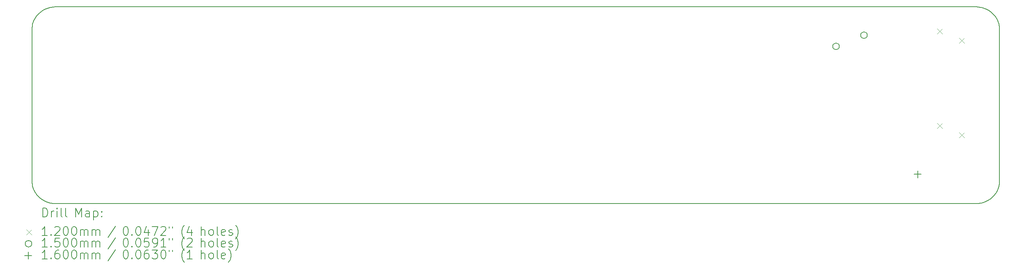
<source format=gbr>
%TF.GenerationSoftware,KiCad,Pcbnew,7.0.0-da2b9df05c~171~ubuntu22.04.1*%
%TF.CreationDate,2023-03-08T14:53:33+00:00*%
%TF.ProjectId,keycap-ruler,6b657963-6170-42d7-9275-6c65722e6b69,rev?*%
%TF.SameCoordinates,Original*%
%TF.FileFunction,Drillmap*%
%TF.FilePolarity,Positive*%
%FSLAX45Y45*%
G04 Gerber Fmt 4.5, Leading zero omitted, Abs format (unit mm)*
G04 Created by KiCad (PCBNEW 7.0.0-da2b9df05c~171~ubuntu22.04.1) date 2023-03-08 14:53:33*
%MOMM*%
%LPD*%
G01*
G04 APERTURE LIST*
%ADD10C,0.150000*%
%ADD11C,0.200000*%
%ADD12C,0.120000*%
%ADD13C,0.160000*%
G04 APERTURE END LIST*
D10*
X25337283Y-6015647D02*
X25365188Y-6017569D01*
X25392687Y-6020734D01*
X25419746Y-6025111D01*
X25446330Y-6030668D01*
X25472404Y-6037374D01*
X25497935Y-6045199D01*
X25522888Y-6054110D01*
X25547228Y-6064076D01*
X25570920Y-6075067D01*
X25593930Y-6087050D01*
X25616224Y-6099995D01*
X25637767Y-6113870D01*
X25658525Y-6128645D01*
X25678462Y-6144287D01*
X25697545Y-6160766D01*
X25715739Y-6178050D01*
X25733010Y-6196108D01*
X25749322Y-6214908D01*
X25764641Y-6234420D01*
X25778934Y-6254613D01*
X25792165Y-6275454D01*
X25804299Y-6296913D01*
X25815303Y-6318958D01*
X25825141Y-6341558D01*
X25833780Y-6364682D01*
X25841185Y-6388299D01*
X25847320Y-6412377D01*
X25852152Y-6436885D01*
X25855647Y-6461791D01*
X25857769Y-6487065D01*
X25858484Y-6512676D01*
X25858484Y-9996407D01*
X25857769Y-10022017D01*
X25855647Y-10047292D01*
X25852152Y-10072198D01*
X25847320Y-10096706D01*
X25841185Y-10120784D01*
X25833780Y-10144401D01*
X25825141Y-10167525D01*
X25815303Y-10190125D01*
X25804299Y-10212170D01*
X25792165Y-10233629D01*
X25778934Y-10254470D01*
X25764641Y-10274662D01*
X25749322Y-10294174D01*
X25733010Y-10312975D01*
X25715739Y-10331033D01*
X25697545Y-10348317D01*
X25678462Y-10364796D01*
X25658525Y-10380438D01*
X25637767Y-10395212D01*
X25616224Y-10409088D01*
X25593930Y-10422033D01*
X25570920Y-10434016D01*
X25547228Y-10445007D01*
X25522888Y-10454973D01*
X25497935Y-10463884D01*
X25472404Y-10471708D01*
X25446330Y-10478415D01*
X25419746Y-10483972D01*
X25392687Y-10488349D01*
X25365188Y-10491513D01*
X25337283Y-10493435D01*
X25309007Y-10494083D01*
X4428878Y-10494083D01*
X4400602Y-10493435D01*
X4372697Y-10491513D01*
X4345198Y-10488349D01*
X4318139Y-10483972D01*
X4291555Y-10478415D01*
X4265480Y-10471708D01*
X4239949Y-10463884D01*
X4214997Y-10454973D01*
X4190657Y-10445007D01*
X4166964Y-10434016D01*
X4143954Y-10422033D01*
X4121660Y-10409088D01*
X4100117Y-10395212D01*
X4079359Y-10380438D01*
X4059422Y-10364796D01*
X4040339Y-10348317D01*
X4022145Y-10331033D01*
X4004875Y-10312975D01*
X3988562Y-10294174D01*
X3973243Y-10274662D01*
X3958950Y-10254470D01*
X3945720Y-10233629D01*
X3933585Y-10212170D01*
X3922581Y-10190125D01*
X3912743Y-10167525D01*
X3904104Y-10144401D01*
X3896700Y-10120784D01*
X3890564Y-10096706D01*
X3885732Y-10072198D01*
X3882238Y-10047292D01*
X3880116Y-10022017D01*
X3879401Y-9996407D01*
X3879401Y-6512676D01*
X3880116Y-6487065D01*
X3882238Y-6461791D01*
X3885732Y-6436885D01*
X3890564Y-6412377D01*
X3896700Y-6388299D01*
X3904104Y-6364682D01*
X3912743Y-6341558D01*
X3922581Y-6318958D01*
X3933585Y-6296913D01*
X3945720Y-6275454D01*
X3958950Y-6254613D01*
X3973243Y-6234420D01*
X3988562Y-6214908D01*
X4004875Y-6196108D01*
X4022145Y-6178050D01*
X4040339Y-6160766D01*
X4059422Y-6144287D01*
X4079359Y-6128645D01*
X4100117Y-6113870D01*
X4121660Y-6099995D01*
X4143954Y-6087050D01*
X4166964Y-6075067D01*
X4190657Y-6064076D01*
X4214997Y-6054110D01*
X4239949Y-6045199D01*
X4265480Y-6037374D01*
X4291555Y-6030668D01*
X4318139Y-6025111D01*
X4345198Y-6020734D01*
X4372697Y-6017569D01*
X4400602Y-6015647D01*
X4428878Y-6015000D01*
X25309007Y-6015000D01*
X25337283Y-6015647D01*
D11*
D12*
X24440000Y-6510000D02*
X24560000Y-6630000D01*
X24560000Y-6510000D02*
X24440000Y-6630000D01*
X24440000Y-8660000D02*
X24560000Y-8780000D01*
X24560000Y-8660000D02*
X24440000Y-8780000D01*
X24940000Y-6720000D02*
X25060000Y-6840000D01*
X25060000Y-6720000D02*
X24940000Y-6840000D01*
X24940000Y-8870000D02*
X25060000Y-8990000D01*
X25060000Y-8870000D02*
X24940000Y-8990000D01*
D10*
X22220000Y-6914000D02*
G75*
G03*
X22220000Y-6914000I-75000J0D01*
G01*
X22855000Y-6660000D02*
G75*
G03*
X22855000Y-6660000I-75000J0D01*
G01*
D13*
X24000000Y-9745000D02*
X24000000Y-9905000D01*
X23920000Y-9825000D02*
X24080000Y-9825000D01*
D11*
X4119520Y-10795059D02*
X4119520Y-10595059D01*
X4119520Y-10595059D02*
X4167139Y-10595059D01*
X4167139Y-10595059D02*
X4195710Y-10604583D01*
X4195710Y-10604583D02*
X4214758Y-10623630D01*
X4214758Y-10623630D02*
X4224282Y-10642678D01*
X4224282Y-10642678D02*
X4233806Y-10680773D01*
X4233806Y-10680773D02*
X4233806Y-10709345D01*
X4233806Y-10709345D02*
X4224282Y-10747440D01*
X4224282Y-10747440D02*
X4214758Y-10766488D01*
X4214758Y-10766488D02*
X4195710Y-10785535D01*
X4195710Y-10785535D02*
X4167139Y-10795059D01*
X4167139Y-10795059D02*
X4119520Y-10795059D01*
X4319520Y-10795059D02*
X4319520Y-10661726D01*
X4319520Y-10699821D02*
X4329044Y-10680773D01*
X4329044Y-10680773D02*
X4338568Y-10671249D01*
X4338568Y-10671249D02*
X4357615Y-10661726D01*
X4357615Y-10661726D02*
X4376663Y-10661726D01*
X4443329Y-10795059D02*
X4443329Y-10661726D01*
X4443329Y-10595059D02*
X4433806Y-10604583D01*
X4433806Y-10604583D02*
X4443329Y-10614107D01*
X4443329Y-10614107D02*
X4452853Y-10604583D01*
X4452853Y-10604583D02*
X4443329Y-10595059D01*
X4443329Y-10595059D02*
X4443329Y-10614107D01*
X4567139Y-10795059D02*
X4548091Y-10785535D01*
X4548091Y-10785535D02*
X4538568Y-10766488D01*
X4538568Y-10766488D02*
X4538568Y-10595059D01*
X4671901Y-10795059D02*
X4652853Y-10785535D01*
X4652853Y-10785535D02*
X4643329Y-10766488D01*
X4643329Y-10766488D02*
X4643329Y-10595059D01*
X4868091Y-10795059D02*
X4868091Y-10595059D01*
X4868091Y-10595059D02*
X4934758Y-10737916D01*
X4934758Y-10737916D02*
X5001425Y-10595059D01*
X5001425Y-10595059D02*
X5001425Y-10795059D01*
X5182377Y-10795059D02*
X5182377Y-10690297D01*
X5182377Y-10690297D02*
X5172853Y-10671249D01*
X5172853Y-10671249D02*
X5153806Y-10661726D01*
X5153806Y-10661726D02*
X5115710Y-10661726D01*
X5115710Y-10661726D02*
X5096663Y-10671249D01*
X5182377Y-10785535D02*
X5163329Y-10795059D01*
X5163329Y-10795059D02*
X5115710Y-10795059D01*
X5115710Y-10795059D02*
X5096663Y-10785535D01*
X5096663Y-10785535D02*
X5087139Y-10766488D01*
X5087139Y-10766488D02*
X5087139Y-10747440D01*
X5087139Y-10747440D02*
X5096663Y-10728392D01*
X5096663Y-10728392D02*
X5115710Y-10718869D01*
X5115710Y-10718869D02*
X5163329Y-10718869D01*
X5163329Y-10718869D02*
X5182377Y-10709345D01*
X5277615Y-10661726D02*
X5277615Y-10861726D01*
X5277615Y-10671249D02*
X5296663Y-10661726D01*
X5296663Y-10661726D02*
X5334758Y-10661726D01*
X5334758Y-10661726D02*
X5353806Y-10671249D01*
X5353806Y-10671249D02*
X5363329Y-10680773D01*
X5363329Y-10680773D02*
X5372853Y-10699821D01*
X5372853Y-10699821D02*
X5372853Y-10756964D01*
X5372853Y-10756964D02*
X5363329Y-10776011D01*
X5363329Y-10776011D02*
X5353806Y-10785535D01*
X5353806Y-10785535D02*
X5334758Y-10795059D01*
X5334758Y-10795059D02*
X5296663Y-10795059D01*
X5296663Y-10795059D02*
X5277615Y-10785535D01*
X5458568Y-10776011D02*
X5468091Y-10785535D01*
X5468091Y-10785535D02*
X5458568Y-10795059D01*
X5458568Y-10795059D02*
X5449044Y-10785535D01*
X5449044Y-10785535D02*
X5458568Y-10776011D01*
X5458568Y-10776011D02*
X5458568Y-10795059D01*
X5458568Y-10671249D02*
X5468091Y-10680773D01*
X5468091Y-10680773D02*
X5458568Y-10690297D01*
X5458568Y-10690297D02*
X5449044Y-10680773D01*
X5449044Y-10680773D02*
X5458568Y-10671249D01*
X5458568Y-10671249D02*
X5458568Y-10690297D01*
D12*
X3751901Y-11081583D02*
X3871901Y-11201583D01*
X3871901Y-11081583D02*
X3751901Y-11201583D01*
D11*
X4224282Y-11215059D02*
X4109996Y-11215059D01*
X4167139Y-11215059D02*
X4167139Y-11015059D01*
X4167139Y-11015059D02*
X4148091Y-11043630D01*
X4148091Y-11043630D02*
X4129044Y-11062678D01*
X4129044Y-11062678D02*
X4109996Y-11072202D01*
X4309996Y-11196011D02*
X4319520Y-11205535D01*
X4319520Y-11205535D02*
X4309996Y-11215059D01*
X4309996Y-11215059D02*
X4300472Y-11205535D01*
X4300472Y-11205535D02*
X4309996Y-11196011D01*
X4309996Y-11196011D02*
X4309996Y-11215059D01*
X4395710Y-11034107D02*
X4405234Y-11024583D01*
X4405234Y-11024583D02*
X4424282Y-11015059D01*
X4424282Y-11015059D02*
X4471901Y-11015059D01*
X4471901Y-11015059D02*
X4490949Y-11024583D01*
X4490949Y-11024583D02*
X4500472Y-11034107D01*
X4500472Y-11034107D02*
X4509996Y-11053154D01*
X4509996Y-11053154D02*
X4509996Y-11072202D01*
X4509996Y-11072202D02*
X4500472Y-11100773D01*
X4500472Y-11100773D02*
X4386187Y-11215059D01*
X4386187Y-11215059D02*
X4509996Y-11215059D01*
X4633806Y-11015059D02*
X4652853Y-11015059D01*
X4652853Y-11015059D02*
X4671901Y-11024583D01*
X4671901Y-11024583D02*
X4681425Y-11034107D01*
X4681425Y-11034107D02*
X4690949Y-11053154D01*
X4690949Y-11053154D02*
X4700472Y-11091249D01*
X4700472Y-11091249D02*
X4700472Y-11138869D01*
X4700472Y-11138869D02*
X4690949Y-11176964D01*
X4690949Y-11176964D02*
X4681425Y-11196011D01*
X4681425Y-11196011D02*
X4671901Y-11205535D01*
X4671901Y-11205535D02*
X4652853Y-11215059D01*
X4652853Y-11215059D02*
X4633806Y-11215059D01*
X4633806Y-11215059D02*
X4614758Y-11205535D01*
X4614758Y-11205535D02*
X4605234Y-11196011D01*
X4605234Y-11196011D02*
X4595710Y-11176964D01*
X4595710Y-11176964D02*
X4586187Y-11138869D01*
X4586187Y-11138869D02*
X4586187Y-11091249D01*
X4586187Y-11091249D02*
X4595710Y-11053154D01*
X4595710Y-11053154D02*
X4605234Y-11034107D01*
X4605234Y-11034107D02*
X4614758Y-11024583D01*
X4614758Y-11024583D02*
X4633806Y-11015059D01*
X4824282Y-11015059D02*
X4843330Y-11015059D01*
X4843330Y-11015059D02*
X4862377Y-11024583D01*
X4862377Y-11024583D02*
X4871901Y-11034107D01*
X4871901Y-11034107D02*
X4881425Y-11053154D01*
X4881425Y-11053154D02*
X4890949Y-11091249D01*
X4890949Y-11091249D02*
X4890949Y-11138869D01*
X4890949Y-11138869D02*
X4881425Y-11176964D01*
X4881425Y-11176964D02*
X4871901Y-11196011D01*
X4871901Y-11196011D02*
X4862377Y-11205535D01*
X4862377Y-11205535D02*
X4843330Y-11215059D01*
X4843330Y-11215059D02*
X4824282Y-11215059D01*
X4824282Y-11215059D02*
X4805234Y-11205535D01*
X4805234Y-11205535D02*
X4795710Y-11196011D01*
X4795710Y-11196011D02*
X4786187Y-11176964D01*
X4786187Y-11176964D02*
X4776663Y-11138869D01*
X4776663Y-11138869D02*
X4776663Y-11091249D01*
X4776663Y-11091249D02*
X4786187Y-11053154D01*
X4786187Y-11053154D02*
X4795710Y-11034107D01*
X4795710Y-11034107D02*
X4805234Y-11024583D01*
X4805234Y-11024583D02*
X4824282Y-11015059D01*
X4976663Y-11215059D02*
X4976663Y-11081726D01*
X4976663Y-11100773D02*
X4986187Y-11091249D01*
X4986187Y-11091249D02*
X5005234Y-11081726D01*
X5005234Y-11081726D02*
X5033806Y-11081726D01*
X5033806Y-11081726D02*
X5052853Y-11091249D01*
X5052853Y-11091249D02*
X5062377Y-11110297D01*
X5062377Y-11110297D02*
X5062377Y-11215059D01*
X5062377Y-11110297D02*
X5071901Y-11091249D01*
X5071901Y-11091249D02*
X5090949Y-11081726D01*
X5090949Y-11081726D02*
X5119520Y-11081726D01*
X5119520Y-11081726D02*
X5138568Y-11091249D01*
X5138568Y-11091249D02*
X5148091Y-11110297D01*
X5148091Y-11110297D02*
X5148091Y-11215059D01*
X5243330Y-11215059D02*
X5243330Y-11081726D01*
X5243330Y-11100773D02*
X5252853Y-11091249D01*
X5252853Y-11091249D02*
X5271901Y-11081726D01*
X5271901Y-11081726D02*
X5300472Y-11081726D01*
X5300472Y-11081726D02*
X5319520Y-11091249D01*
X5319520Y-11091249D02*
X5329044Y-11110297D01*
X5329044Y-11110297D02*
X5329044Y-11215059D01*
X5329044Y-11110297D02*
X5338568Y-11091249D01*
X5338568Y-11091249D02*
X5357615Y-11081726D01*
X5357615Y-11081726D02*
X5386187Y-11081726D01*
X5386187Y-11081726D02*
X5405234Y-11091249D01*
X5405234Y-11091249D02*
X5414758Y-11110297D01*
X5414758Y-11110297D02*
X5414758Y-11215059D01*
X5772853Y-11005535D02*
X5601425Y-11262678D01*
X5997615Y-11015059D02*
X6016663Y-11015059D01*
X6016663Y-11015059D02*
X6035710Y-11024583D01*
X6035710Y-11024583D02*
X6045234Y-11034107D01*
X6045234Y-11034107D02*
X6054758Y-11053154D01*
X6054758Y-11053154D02*
X6064282Y-11091249D01*
X6064282Y-11091249D02*
X6064282Y-11138869D01*
X6064282Y-11138869D02*
X6054758Y-11176964D01*
X6054758Y-11176964D02*
X6045234Y-11196011D01*
X6045234Y-11196011D02*
X6035710Y-11205535D01*
X6035710Y-11205535D02*
X6016663Y-11215059D01*
X6016663Y-11215059D02*
X5997615Y-11215059D01*
X5997615Y-11215059D02*
X5978568Y-11205535D01*
X5978568Y-11205535D02*
X5969044Y-11196011D01*
X5969044Y-11196011D02*
X5959520Y-11176964D01*
X5959520Y-11176964D02*
X5949996Y-11138869D01*
X5949996Y-11138869D02*
X5949996Y-11091249D01*
X5949996Y-11091249D02*
X5959520Y-11053154D01*
X5959520Y-11053154D02*
X5969044Y-11034107D01*
X5969044Y-11034107D02*
X5978568Y-11024583D01*
X5978568Y-11024583D02*
X5997615Y-11015059D01*
X6149996Y-11196011D02*
X6159520Y-11205535D01*
X6159520Y-11205535D02*
X6149996Y-11215059D01*
X6149996Y-11215059D02*
X6140472Y-11205535D01*
X6140472Y-11205535D02*
X6149996Y-11196011D01*
X6149996Y-11196011D02*
X6149996Y-11215059D01*
X6283329Y-11015059D02*
X6302377Y-11015059D01*
X6302377Y-11015059D02*
X6321425Y-11024583D01*
X6321425Y-11024583D02*
X6330949Y-11034107D01*
X6330949Y-11034107D02*
X6340472Y-11053154D01*
X6340472Y-11053154D02*
X6349996Y-11091249D01*
X6349996Y-11091249D02*
X6349996Y-11138869D01*
X6349996Y-11138869D02*
X6340472Y-11176964D01*
X6340472Y-11176964D02*
X6330949Y-11196011D01*
X6330949Y-11196011D02*
X6321425Y-11205535D01*
X6321425Y-11205535D02*
X6302377Y-11215059D01*
X6302377Y-11215059D02*
X6283329Y-11215059D01*
X6283329Y-11215059D02*
X6264282Y-11205535D01*
X6264282Y-11205535D02*
X6254758Y-11196011D01*
X6254758Y-11196011D02*
X6245234Y-11176964D01*
X6245234Y-11176964D02*
X6235710Y-11138869D01*
X6235710Y-11138869D02*
X6235710Y-11091249D01*
X6235710Y-11091249D02*
X6245234Y-11053154D01*
X6245234Y-11053154D02*
X6254758Y-11034107D01*
X6254758Y-11034107D02*
X6264282Y-11024583D01*
X6264282Y-11024583D02*
X6283329Y-11015059D01*
X6521425Y-11081726D02*
X6521425Y-11215059D01*
X6473806Y-11005535D02*
X6426187Y-11148392D01*
X6426187Y-11148392D02*
X6549996Y-11148392D01*
X6607139Y-11015059D02*
X6740472Y-11015059D01*
X6740472Y-11015059D02*
X6654758Y-11215059D01*
X6807139Y-11034107D02*
X6816663Y-11024583D01*
X6816663Y-11024583D02*
X6835710Y-11015059D01*
X6835710Y-11015059D02*
X6883330Y-11015059D01*
X6883330Y-11015059D02*
X6902377Y-11024583D01*
X6902377Y-11024583D02*
X6911901Y-11034107D01*
X6911901Y-11034107D02*
X6921425Y-11053154D01*
X6921425Y-11053154D02*
X6921425Y-11072202D01*
X6921425Y-11072202D02*
X6911901Y-11100773D01*
X6911901Y-11100773D02*
X6797615Y-11215059D01*
X6797615Y-11215059D02*
X6921425Y-11215059D01*
X6997615Y-11015059D02*
X6997615Y-11053154D01*
X7073806Y-11015059D02*
X7073806Y-11053154D01*
X7336663Y-11291249D02*
X7327139Y-11281726D01*
X7327139Y-11281726D02*
X7308091Y-11253154D01*
X7308091Y-11253154D02*
X7298568Y-11234107D01*
X7298568Y-11234107D02*
X7289044Y-11205535D01*
X7289044Y-11205535D02*
X7279520Y-11157916D01*
X7279520Y-11157916D02*
X7279520Y-11119821D01*
X7279520Y-11119821D02*
X7289044Y-11072202D01*
X7289044Y-11072202D02*
X7298568Y-11043630D01*
X7298568Y-11043630D02*
X7308091Y-11024583D01*
X7308091Y-11024583D02*
X7327139Y-10996011D01*
X7327139Y-10996011D02*
X7336663Y-10986488D01*
X7498568Y-11081726D02*
X7498568Y-11215059D01*
X7450949Y-11005535D02*
X7403330Y-11148392D01*
X7403330Y-11148392D02*
X7527139Y-11148392D01*
X7723330Y-11215059D02*
X7723330Y-11015059D01*
X7809044Y-11215059D02*
X7809044Y-11110297D01*
X7809044Y-11110297D02*
X7799520Y-11091249D01*
X7799520Y-11091249D02*
X7780472Y-11081726D01*
X7780472Y-11081726D02*
X7751901Y-11081726D01*
X7751901Y-11081726D02*
X7732853Y-11091249D01*
X7732853Y-11091249D02*
X7723330Y-11100773D01*
X7932853Y-11215059D02*
X7913806Y-11205535D01*
X7913806Y-11205535D02*
X7904282Y-11196011D01*
X7904282Y-11196011D02*
X7894758Y-11176964D01*
X7894758Y-11176964D02*
X7894758Y-11119821D01*
X7894758Y-11119821D02*
X7904282Y-11100773D01*
X7904282Y-11100773D02*
X7913806Y-11091249D01*
X7913806Y-11091249D02*
X7932853Y-11081726D01*
X7932853Y-11081726D02*
X7961425Y-11081726D01*
X7961425Y-11081726D02*
X7980472Y-11091249D01*
X7980472Y-11091249D02*
X7989996Y-11100773D01*
X7989996Y-11100773D02*
X7999520Y-11119821D01*
X7999520Y-11119821D02*
X7999520Y-11176964D01*
X7999520Y-11176964D02*
X7989996Y-11196011D01*
X7989996Y-11196011D02*
X7980472Y-11205535D01*
X7980472Y-11205535D02*
X7961425Y-11215059D01*
X7961425Y-11215059D02*
X7932853Y-11215059D01*
X8113806Y-11215059D02*
X8094758Y-11205535D01*
X8094758Y-11205535D02*
X8085234Y-11186487D01*
X8085234Y-11186487D02*
X8085234Y-11015059D01*
X8266187Y-11205535D02*
X8247139Y-11215059D01*
X8247139Y-11215059D02*
X8209044Y-11215059D01*
X8209044Y-11215059D02*
X8189996Y-11205535D01*
X8189996Y-11205535D02*
X8180472Y-11186487D01*
X8180472Y-11186487D02*
X8180472Y-11110297D01*
X8180472Y-11110297D02*
X8189996Y-11091249D01*
X8189996Y-11091249D02*
X8209044Y-11081726D01*
X8209044Y-11081726D02*
X8247139Y-11081726D01*
X8247139Y-11081726D02*
X8266187Y-11091249D01*
X8266187Y-11091249D02*
X8275711Y-11110297D01*
X8275711Y-11110297D02*
X8275711Y-11129345D01*
X8275711Y-11129345D02*
X8180472Y-11148392D01*
X8351901Y-11205535D02*
X8370949Y-11215059D01*
X8370949Y-11215059D02*
X8409044Y-11215059D01*
X8409044Y-11215059D02*
X8428092Y-11205535D01*
X8428092Y-11205535D02*
X8437615Y-11186487D01*
X8437615Y-11186487D02*
X8437615Y-11176964D01*
X8437615Y-11176964D02*
X8428092Y-11157916D01*
X8428092Y-11157916D02*
X8409044Y-11148392D01*
X8409044Y-11148392D02*
X8380472Y-11148392D01*
X8380472Y-11148392D02*
X8361425Y-11138869D01*
X8361425Y-11138869D02*
X8351901Y-11119821D01*
X8351901Y-11119821D02*
X8351901Y-11110297D01*
X8351901Y-11110297D02*
X8361425Y-11091249D01*
X8361425Y-11091249D02*
X8380472Y-11081726D01*
X8380472Y-11081726D02*
X8409044Y-11081726D01*
X8409044Y-11081726D02*
X8428092Y-11091249D01*
X8504282Y-11291249D02*
X8513806Y-11281726D01*
X8513806Y-11281726D02*
X8532854Y-11253154D01*
X8532854Y-11253154D02*
X8542377Y-11234107D01*
X8542377Y-11234107D02*
X8551901Y-11205535D01*
X8551901Y-11205535D02*
X8561425Y-11157916D01*
X8561425Y-11157916D02*
X8561425Y-11119821D01*
X8561425Y-11119821D02*
X8551901Y-11072202D01*
X8551901Y-11072202D02*
X8542377Y-11043630D01*
X8542377Y-11043630D02*
X8532854Y-11024583D01*
X8532854Y-11024583D02*
X8513806Y-10996011D01*
X8513806Y-10996011D02*
X8504282Y-10986488D01*
D10*
X3871901Y-11405583D02*
G75*
G03*
X3871901Y-11405583I-75000J0D01*
G01*
D11*
X4224282Y-11479059D02*
X4109996Y-11479059D01*
X4167139Y-11479059D02*
X4167139Y-11279059D01*
X4167139Y-11279059D02*
X4148091Y-11307630D01*
X4148091Y-11307630D02*
X4129044Y-11326678D01*
X4129044Y-11326678D02*
X4109996Y-11336202D01*
X4309996Y-11460011D02*
X4319520Y-11469535D01*
X4319520Y-11469535D02*
X4309996Y-11479059D01*
X4309996Y-11479059D02*
X4300472Y-11469535D01*
X4300472Y-11469535D02*
X4309996Y-11460011D01*
X4309996Y-11460011D02*
X4309996Y-11479059D01*
X4500472Y-11279059D02*
X4405234Y-11279059D01*
X4405234Y-11279059D02*
X4395710Y-11374297D01*
X4395710Y-11374297D02*
X4405234Y-11364773D01*
X4405234Y-11364773D02*
X4424282Y-11355249D01*
X4424282Y-11355249D02*
X4471901Y-11355249D01*
X4471901Y-11355249D02*
X4490949Y-11364773D01*
X4490949Y-11364773D02*
X4500472Y-11374297D01*
X4500472Y-11374297D02*
X4509996Y-11393345D01*
X4509996Y-11393345D02*
X4509996Y-11440964D01*
X4509996Y-11440964D02*
X4500472Y-11460011D01*
X4500472Y-11460011D02*
X4490949Y-11469535D01*
X4490949Y-11469535D02*
X4471901Y-11479059D01*
X4471901Y-11479059D02*
X4424282Y-11479059D01*
X4424282Y-11479059D02*
X4405234Y-11469535D01*
X4405234Y-11469535D02*
X4395710Y-11460011D01*
X4633806Y-11279059D02*
X4652853Y-11279059D01*
X4652853Y-11279059D02*
X4671901Y-11288583D01*
X4671901Y-11288583D02*
X4681425Y-11298107D01*
X4681425Y-11298107D02*
X4690949Y-11317154D01*
X4690949Y-11317154D02*
X4700472Y-11355249D01*
X4700472Y-11355249D02*
X4700472Y-11402868D01*
X4700472Y-11402868D02*
X4690949Y-11440964D01*
X4690949Y-11440964D02*
X4681425Y-11460011D01*
X4681425Y-11460011D02*
X4671901Y-11469535D01*
X4671901Y-11469535D02*
X4652853Y-11479059D01*
X4652853Y-11479059D02*
X4633806Y-11479059D01*
X4633806Y-11479059D02*
X4614758Y-11469535D01*
X4614758Y-11469535D02*
X4605234Y-11460011D01*
X4605234Y-11460011D02*
X4595710Y-11440964D01*
X4595710Y-11440964D02*
X4586187Y-11402868D01*
X4586187Y-11402868D02*
X4586187Y-11355249D01*
X4586187Y-11355249D02*
X4595710Y-11317154D01*
X4595710Y-11317154D02*
X4605234Y-11298107D01*
X4605234Y-11298107D02*
X4614758Y-11288583D01*
X4614758Y-11288583D02*
X4633806Y-11279059D01*
X4824282Y-11279059D02*
X4843330Y-11279059D01*
X4843330Y-11279059D02*
X4862377Y-11288583D01*
X4862377Y-11288583D02*
X4871901Y-11298107D01*
X4871901Y-11298107D02*
X4881425Y-11317154D01*
X4881425Y-11317154D02*
X4890949Y-11355249D01*
X4890949Y-11355249D02*
X4890949Y-11402868D01*
X4890949Y-11402868D02*
X4881425Y-11440964D01*
X4881425Y-11440964D02*
X4871901Y-11460011D01*
X4871901Y-11460011D02*
X4862377Y-11469535D01*
X4862377Y-11469535D02*
X4843330Y-11479059D01*
X4843330Y-11479059D02*
X4824282Y-11479059D01*
X4824282Y-11479059D02*
X4805234Y-11469535D01*
X4805234Y-11469535D02*
X4795710Y-11460011D01*
X4795710Y-11460011D02*
X4786187Y-11440964D01*
X4786187Y-11440964D02*
X4776663Y-11402868D01*
X4776663Y-11402868D02*
X4776663Y-11355249D01*
X4776663Y-11355249D02*
X4786187Y-11317154D01*
X4786187Y-11317154D02*
X4795710Y-11298107D01*
X4795710Y-11298107D02*
X4805234Y-11288583D01*
X4805234Y-11288583D02*
X4824282Y-11279059D01*
X4976663Y-11479059D02*
X4976663Y-11345726D01*
X4976663Y-11364773D02*
X4986187Y-11355249D01*
X4986187Y-11355249D02*
X5005234Y-11345726D01*
X5005234Y-11345726D02*
X5033806Y-11345726D01*
X5033806Y-11345726D02*
X5052853Y-11355249D01*
X5052853Y-11355249D02*
X5062377Y-11374297D01*
X5062377Y-11374297D02*
X5062377Y-11479059D01*
X5062377Y-11374297D02*
X5071901Y-11355249D01*
X5071901Y-11355249D02*
X5090949Y-11345726D01*
X5090949Y-11345726D02*
X5119520Y-11345726D01*
X5119520Y-11345726D02*
X5138568Y-11355249D01*
X5138568Y-11355249D02*
X5148091Y-11374297D01*
X5148091Y-11374297D02*
X5148091Y-11479059D01*
X5243330Y-11479059D02*
X5243330Y-11345726D01*
X5243330Y-11364773D02*
X5252853Y-11355249D01*
X5252853Y-11355249D02*
X5271901Y-11345726D01*
X5271901Y-11345726D02*
X5300472Y-11345726D01*
X5300472Y-11345726D02*
X5319520Y-11355249D01*
X5319520Y-11355249D02*
X5329044Y-11374297D01*
X5329044Y-11374297D02*
X5329044Y-11479059D01*
X5329044Y-11374297D02*
X5338568Y-11355249D01*
X5338568Y-11355249D02*
X5357615Y-11345726D01*
X5357615Y-11345726D02*
X5386187Y-11345726D01*
X5386187Y-11345726D02*
X5405234Y-11355249D01*
X5405234Y-11355249D02*
X5414758Y-11374297D01*
X5414758Y-11374297D02*
X5414758Y-11479059D01*
X5772853Y-11269535D02*
X5601425Y-11526678D01*
X5997615Y-11279059D02*
X6016663Y-11279059D01*
X6016663Y-11279059D02*
X6035710Y-11288583D01*
X6035710Y-11288583D02*
X6045234Y-11298107D01*
X6045234Y-11298107D02*
X6054758Y-11317154D01*
X6054758Y-11317154D02*
X6064282Y-11355249D01*
X6064282Y-11355249D02*
X6064282Y-11402868D01*
X6064282Y-11402868D02*
X6054758Y-11440964D01*
X6054758Y-11440964D02*
X6045234Y-11460011D01*
X6045234Y-11460011D02*
X6035710Y-11469535D01*
X6035710Y-11469535D02*
X6016663Y-11479059D01*
X6016663Y-11479059D02*
X5997615Y-11479059D01*
X5997615Y-11479059D02*
X5978568Y-11469535D01*
X5978568Y-11469535D02*
X5969044Y-11460011D01*
X5969044Y-11460011D02*
X5959520Y-11440964D01*
X5959520Y-11440964D02*
X5949996Y-11402868D01*
X5949996Y-11402868D02*
X5949996Y-11355249D01*
X5949996Y-11355249D02*
X5959520Y-11317154D01*
X5959520Y-11317154D02*
X5969044Y-11298107D01*
X5969044Y-11298107D02*
X5978568Y-11288583D01*
X5978568Y-11288583D02*
X5997615Y-11279059D01*
X6149996Y-11460011D02*
X6159520Y-11469535D01*
X6159520Y-11469535D02*
X6149996Y-11479059D01*
X6149996Y-11479059D02*
X6140472Y-11469535D01*
X6140472Y-11469535D02*
X6149996Y-11460011D01*
X6149996Y-11460011D02*
X6149996Y-11479059D01*
X6283329Y-11279059D02*
X6302377Y-11279059D01*
X6302377Y-11279059D02*
X6321425Y-11288583D01*
X6321425Y-11288583D02*
X6330949Y-11298107D01*
X6330949Y-11298107D02*
X6340472Y-11317154D01*
X6340472Y-11317154D02*
X6349996Y-11355249D01*
X6349996Y-11355249D02*
X6349996Y-11402868D01*
X6349996Y-11402868D02*
X6340472Y-11440964D01*
X6340472Y-11440964D02*
X6330949Y-11460011D01*
X6330949Y-11460011D02*
X6321425Y-11469535D01*
X6321425Y-11469535D02*
X6302377Y-11479059D01*
X6302377Y-11479059D02*
X6283329Y-11479059D01*
X6283329Y-11479059D02*
X6264282Y-11469535D01*
X6264282Y-11469535D02*
X6254758Y-11460011D01*
X6254758Y-11460011D02*
X6245234Y-11440964D01*
X6245234Y-11440964D02*
X6235710Y-11402868D01*
X6235710Y-11402868D02*
X6235710Y-11355249D01*
X6235710Y-11355249D02*
X6245234Y-11317154D01*
X6245234Y-11317154D02*
X6254758Y-11298107D01*
X6254758Y-11298107D02*
X6264282Y-11288583D01*
X6264282Y-11288583D02*
X6283329Y-11279059D01*
X6530949Y-11279059D02*
X6435710Y-11279059D01*
X6435710Y-11279059D02*
X6426187Y-11374297D01*
X6426187Y-11374297D02*
X6435710Y-11364773D01*
X6435710Y-11364773D02*
X6454758Y-11355249D01*
X6454758Y-11355249D02*
X6502377Y-11355249D01*
X6502377Y-11355249D02*
X6521425Y-11364773D01*
X6521425Y-11364773D02*
X6530949Y-11374297D01*
X6530949Y-11374297D02*
X6540472Y-11393345D01*
X6540472Y-11393345D02*
X6540472Y-11440964D01*
X6540472Y-11440964D02*
X6530949Y-11460011D01*
X6530949Y-11460011D02*
X6521425Y-11469535D01*
X6521425Y-11469535D02*
X6502377Y-11479059D01*
X6502377Y-11479059D02*
X6454758Y-11479059D01*
X6454758Y-11479059D02*
X6435710Y-11469535D01*
X6435710Y-11469535D02*
X6426187Y-11460011D01*
X6635710Y-11479059D02*
X6673806Y-11479059D01*
X6673806Y-11479059D02*
X6692853Y-11469535D01*
X6692853Y-11469535D02*
X6702377Y-11460011D01*
X6702377Y-11460011D02*
X6721425Y-11431440D01*
X6721425Y-11431440D02*
X6730949Y-11393345D01*
X6730949Y-11393345D02*
X6730949Y-11317154D01*
X6730949Y-11317154D02*
X6721425Y-11298107D01*
X6721425Y-11298107D02*
X6711901Y-11288583D01*
X6711901Y-11288583D02*
X6692853Y-11279059D01*
X6692853Y-11279059D02*
X6654758Y-11279059D01*
X6654758Y-11279059D02*
X6635710Y-11288583D01*
X6635710Y-11288583D02*
X6626187Y-11298107D01*
X6626187Y-11298107D02*
X6616663Y-11317154D01*
X6616663Y-11317154D02*
X6616663Y-11364773D01*
X6616663Y-11364773D02*
X6626187Y-11383821D01*
X6626187Y-11383821D02*
X6635710Y-11393345D01*
X6635710Y-11393345D02*
X6654758Y-11402868D01*
X6654758Y-11402868D02*
X6692853Y-11402868D01*
X6692853Y-11402868D02*
X6711901Y-11393345D01*
X6711901Y-11393345D02*
X6721425Y-11383821D01*
X6721425Y-11383821D02*
X6730949Y-11364773D01*
X6921425Y-11479059D02*
X6807139Y-11479059D01*
X6864282Y-11479059D02*
X6864282Y-11279059D01*
X6864282Y-11279059D02*
X6845234Y-11307630D01*
X6845234Y-11307630D02*
X6826187Y-11326678D01*
X6826187Y-11326678D02*
X6807139Y-11336202D01*
X6997615Y-11279059D02*
X6997615Y-11317154D01*
X7073806Y-11279059D02*
X7073806Y-11317154D01*
X7336663Y-11555249D02*
X7327139Y-11545726D01*
X7327139Y-11545726D02*
X7308091Y-11517154D01*
X7308091Y-11517154D02*
X7298568Y-11498107D01*
X7298568Y-11498107D02*
X7289044Y-11469535D01*
X7289044Y-11469535D02*
X7279520Y-11421916D01*
X7279520Y-11421916D02*
X7279520Y-11383821D01*
X7279520Y-11383821D02*
X7289044Y-11336202D01*
X7289044Y-11336202D02*
X7298568Y-11307630D01*
X7298568Y-11307630D02*
X7308091Y-11288583D01*
X7308091Y-11288583D02*
X7327139Y-11260011D01*
X7327139Y-11260011D02*
X7336663Y-11250487D01*
X7403330Y-11298107D02*
X7412853Y-11288583D01*
X7412853Y-11288583D02*
X7431901Y-11279059D01*
X7431901Y-11279059D02*
X7479520Y-11279059D01*
X7479520Y-11279059D02*
X7498568Y-11288583D01*
X7498568Y-11288583D02*
X7508091Y-11298107D01*
X7508091Y-11298107D02*
X7517615Y-11317154D01*
X7517615Y-11317154D02*
X7517615Y-11336202D01*
X7517615Y-11336202D02*
X7508091Y-11364773D01*
X7508091Y-11364773D02*
X7393806Y-11479059D01*
X7393806Y-11479059D02*
X7517615Y-11479059D01*
X7723330Y-11479059D02*
X7723330Y-11279059D01*
X7809044Y-11479059D02*
X7809044Y-11374297D01*
X7809044Y-11374297D02*
X7799520Y-11355249D01*
X7799520Y-11355249D02*
X7780472Y-11345726D01*
X7780472Y-11345726D02*
X7751901Y-11345726D01*
X7751901Y-11345726D02*
X7732853Y-11355249D01*
X7732853Y-11355249D02*
X7723330Y-11364773D01*
X7932853Y-11479059D02*
X7913806Y-11469535D01*
X7913806Y-11469535D02*
X7904282Y-11460011D01*
X7904282Y-11460011D02*
X7894758Y-11440964D01*
X7894758Y-11440964D02*
X7894758Y-11383821D01*
X7894758Y-11383821D02*
X7904282Y-11364773D01*
X7904282Y-11364773D02*
X7913806Y-11355249D01*
X7913806Y-11355249D02*
X7932853Y-11345726D01*
X7932853Y-11345726D02*
X7961425Y-11345726D01*
X7961425Y-11345726D02*
X7980472Y-11355249D01*
X7980472Y-11355249D02*
X7989996Y-11364773D01*
X7989996Y-11364773D02*
X7999520Y-11383821D01*
X7999520Y-11383821D02*
X7999520Y-11440964D01*
X7999520Y-11440964D02*
X7989996Y-11460011D01*
X7989996Y-11460011D02*
X7980472Y-11469535D01*
X7980472Y-11469535D02*
X7961425Y-11479059D01*
X7961425Y-11479059D02*
X7932853Y-11479059D01*
X8113806Y-11479059D02*
X8094758Y-11469535D01*
X8094758Y-11469535D02*
X8085234Y-11450487D01*
X8085234Y-11450487D02*
X8085234Y-11279059D01*
X8266187Y-11469535D02*
X8247139Y-11479059D01*
X8247139Y-11479059D02*
X8209044Y-11479059D01*
X8209044Y-11479059D02*
X8189996Y-11469535D01*
X8189996Y-11469535D02*
X8180472Y-11450487D01*
X8180472Y-11450487D02*
X8180472Y-11374297D01*
X8180472Y-11374297D02*
X8189996Y-11355249D01*
X8189996Y-11355249D02*
X8209044Y-11345726D01*
X8209044Y-11345726D02*
X8247139Y-11345726D01*
X8247139Y-11345726D02*
X8266187Y-11355249D01*
X8266187Y-11355249D02*
X8275711Y-11374297D01*
X8275711Y-11374297D02*
X8275711Y-11393345D01*
X8275711Y-11393345D02*
X8180472Y-11412392D01*
X8351901Y-11469535D02*
X8370949Y-11479059D01*
X8370949Y-11479059D02*
X8409044Y-11479059D01*
X8409044Y-11479059D02*
X8428092Y-11469535D01*
X8428092Y-11469535D02*
X8437615Y-11450487D01*
X8437615Y-11450487D02*
X8437615Y-11440964D01*
X8437615Y-11440964D02*
X8428092Y-11421916D01*
X8428092Y-11421916D02*
X8409044Y-11412392D01*
X8409044Y-11412392D02*
X8380472Y-11412392D01*
X8380472Y-11412392D02*
X8361425Y-11402868D01*
X8361425Y-11402868D02*
X8351901Y-11383821D01*
X8351901Y-11383821D02*
X8351901Y-11374297D01*
X8351901Y-11374297D02*
X8361425Y-11355249D01*
X8361425Y-11355249D02*
X8380472Y-11345726D01*
X8380472Y-11345726D02*
X8409044Y-11345726D01*
X8409044Y-11345726D02*
X8428092Y-11355249D01*
X8504282Y-11555249D02*
X8513806Y-11545726D01*
X8513806Y-11545726D02*
X8532854Y-11517154D01*
X8532854Y-11517154D02*
X8542377Y-11498107D01*
X8542377Y-11498107D02*
X8551901Y-11469535D01*
X8551901Y-11469535D02*
X8561425Y-11421916D01*
X8561425Y-11421916D02*
X8561425Y-11383821D01*
X8561425Y-11383821D02*
X8551901Y-11336202D01*
X8551901Y-11336202D02*
X8542377Y-11307630D01*
X8542377Y-11307630D02*
X8532854Y-11288583D01*
X8532854Y-11288583D02*
X8513806Y-11260011D01*
X8513806Y-11260011D02*
X8504282Y-11250487D01*
D13*
X3791901Y-11595583D02*
X3791901Y-11755583D01*
X3711901Y-11675583D02*
X3871901Y-11675583D01*
D11*
X4224282Y-11749059D02*
X4109996Y-11749059D01*
X4167139Y-11749059D02*
X4167139Y-11549059D01*
X4167139Y-11549059D02*
X4148091Y-11577630D01*
X4148091Y-11577630D02*
X4129044Y-11596678D01*
X4129044Y-11596678D02*
X4109996Y-11606202D01*
X4309996Y-11730011D02*
X4319520Y-11739535D01*
X4319520Y-11739535D02*
X4309996Y-11749059D01*
X4309996Y-11749059D02*
X4300472Y-11739535D01*
X4300472Y-11739535D02*
X4309996Y-11730011D01*
X4309996Y-11730011D02*
X4309996Y-11749059D01*
X4490949Y-11549059D02*
X4452853Y-11549059D01*
X4452853Y-11549059D02*
X4433806Y-11558583D01*
X4433806Y-11558583D02*
X4424282Y-11568107D01*
X4424282Y-11568107D02*
X4405234Y-11596678D01*
X4405234Y-11596678D02*
X4395710Y-11634773D01*
X4395710Y-11634773D02*
X4395710Y-11710964D01*
X4395710Y-11710964D02*
X4405234Y-11730011D01*
X4405234Y-11730011D02*
X4414758Y-11739535D01*
X4414758Y-11739535D02*
X4433806Y-11749059D01*
X4433806Y-11749059D02*
X4471901Y-11749059D01*
X4471901Y-11749059D02*
X4490949Y-11739535D01*
X4490949Y-11739535D02*
X4500472Y-11730011D01*
X4500472Y-11730011D02*
X4509996Y-11710964D01*
X4509996Y-11710964D02*
X4509996Y-11663345D01*
X4509996Y-11663345D02*
X4500472Y-11644297D01*
X4500472Y-11644297D02*
X4490949Y-11634773D01*
X4490949Y-11634773D02*
X4471901Y-11625249D01*
X4471901Y-11625249D02*
X4433806Y-11625249D01*
X4433806Y-11625249D02*
X4414758Y-11634773D01*
X4414758Y-11634773D02*
X4405234Y-11644297D01*
X4405234Y-11644297D02*
X4395710Y-11663345D01*
X4633806Y-11549059D02*
X4652853Y-11549059D01*
X4652853Y-11549059D02*
X4671901Y-11558583D01*
X4671901Y-11558583D02*
X4681425Y-11568107D01*
X4681425Y-11568107D02*
X4690949Y-11587154D01*
X4690949Y-11587154D02*
X4700472Y-11625249D01*
X4700472Y-11625249D02*
X4700472Y-11672868D01*
X4700472Y-11672868D02*
X4690949Y-11710964D01*
X4690949Y-11710964D02*
X4681425Y-11730011D01*
X4681425Y-11730011D02*
X4671901Y-11739535D01*
X4671901Y-11739535D02*
X4652853Y-11749059D01*
X4652853Y-11749059D02*
X4633806Y-11749059D01*
X4633806Y-11749059D02*
X4614758Y-11739535D01*
X4614758Y-11739535D02*
X4605234Y-11730011D01*
X4605234Y-11730011D02*
X4595710Y-11710964D01*
X4595710Y-11710964D02*
X4586187Y-11672868D01*
X4586187Y-11672868D02*
X4586187Y-11625249D01*
X4586187Y-11625249D02*
X4595710Y-11587154D01*
X4595710Y-11587154D02*
X4605234Y-11568107D01*
X4605234Y-11568107D02*
X4614758Y-11558583D01*
X4614758Y-11558583D02*
X4633806Y-11549059D01*
X4824282Y-11549059D02*
X4843330Y-11549059D01*
X4843330Y-11549059D02*
X4862377Y-11558583D01*
X4862377Y-11558583D02*
X4871901Y-11568107D01*
X4871901Y-11568107D02*
X4881425Y-11587154D01*
X4881425Y-11587154D02*
X4890949Y-11625249D01*
X4890949Y-11625249D02*
X4890949Y-11672868D01*
X4890949Y-11672868D02*
X4881425Y-11710964D01*
X4881425Y-11710964D02*
X4871901Y-11730011D01*
X4871901Y-11730011D02*
X4862377Y-11739535D01*
X4862377Y-11739535D02*
X4843330Y-11749059D01*
X4843330Y-11749059D02*
X4824282Y-11749059D01*
X4824282Y-11749059D02*
X4805234Y-11739535D01*
X4805234Y-11739535D02*
X4795710Y-11730011D01*
X4795710Y-11730011D02*
X4786187Y-11710964D01*
X4786187Y-11710964D02*
X4776663Y-11672868D01*
X4776663Y-11672868D02*
X4776663Y-11625249D01*
X4776663Y-11625249D02*
X4786187Y-11587154D01*
X4786187Y-11587154D02*
X4795710Y-11568107D01*
X4795710Y-11568107D02*
X4805234Y-11558583D01*
X4805234Y-11558583D02*
X4824282Y-11549059D01*
X4976663Y-11749059D02*
X4976663Y-11615726D01*
X4976663Y-11634773D02*
X4986187Y-11625249D01*
X4986187Y-11625249D02*
X5005234Y-11615726D01*
X5005234Y-11615726D02*
X5033806Y-11615726D01*
X5033806Y-11615726D02*
X5052853Y-11625249D01*
X5052853Y-11625249D02*
X5062377Y-11644297D01*
X5062377Y-11644297D02*
X5062377Y-11749059D01*
X5062377Y-11644297D02*
X5071901Y-11625249D01*
X5071901Y-11625249D02*
X5090949Y-11615726D01*
X5090949Y-11615726D02*
X5119520Y-11615726D01*
X5119520Y-11615726D02*
X5138568Y-11625249D01*
X5138568Y-11625249D02*
X5148091Y-11644297D01*
X5148091Y-11644297D02*
X5148091Y-11749059D01*
X5243330Y-11749059D02*
X5243330Y-11615726D01*
X5243330Y-11634773D02*
X5252853Y-11625249D01*
X5252853Y-11625249D02*
X5271901Y-11615726D01*
X5271901Y-11615726D02*
X5300472Y-11615726D01*
X5300472Y-11615726D02*
X5319520Y-11625249D01*
X5319520Y-11625249D02*
X5329044Y-11644297D01*
X5329044Y-11644297D02*
X5329044Y-11749059D01*
X5329044Y-11644297D02*
X5338568Y-11625249D01*
X5338568Y-11625249D02*
X5357615Y-11615726D01*
X5357615Y-11615726D02*
X5386187Y-11615726D01*
X5386187Y-11615726D02*
X5405234Y-11625249D01*
X5405234Y-11625249D02*
X5414758Y-11644297D01*
X5414758Y-11644297D02*
X5414758Y-11749059D01*
X5772853Y-11539535D02*
X5601425Y-11796678D01*
X5997615Y-11549059D02*
X6016663Y-11549059D01*
X6016663Y-11549059D02*
X6035710Y-11558583D01*
X6035710Y-11558583D02*
X6045234Y-11568107D01*
X6045234Y-11568107D02*
X6054758Y-11587154D01*
X6054758Y-11587154D02*
X6064282Y-11625249D01*
X6064282Y-11625249D02*
X6064282Y-11672868D01*
X6064282Y-11672868D02*
X6054758Y-11710964D01*
X6054758Y-11710964D02*
X6045234Y-11730011D01*
X6045234Y-11730011D02*
X6035710Y-11739535D01*
X6035710Y-11739535D02*
X6016663Y-11749059D01*
X6016663Y-11749059D02*
X5997615Y-11749059D01*
X5997615Y-11749059D02*
X5978568Y-11739535D01*
X5978568Y-11739535D02*
X5969044Y-11730011D01*
X5969044Y-11730011D02*
X5959520Y-11710964D01*
X5959520Y-11710964D02*
X5949996Y-11672868D01*
X5949996Y-11672868D02*
X5949996Y-11625249D01*
X5949996Y-11625249D02*
X5959520Y-11587154D01*
X5959520Y-11587154D02*
X5969044Y-11568107D01*
X5969044Y-11568107D02*
X5978568Y-11558583D01*
X5978568Y-11558583D02*
X5997615Y-11549059D01*
X6149996Y-11730011D02*
X6159520Y-11739535D01*
X6159520Y-11739535D02*
X6149996Y-11749059D01*
X6149996Y-11749059D02*
X6140472Y-11739535D01*
X6140472Y-11739535D02*
X6149996Y-11730011D01*
X6149996Y-11730011D02*
X6149996Y-11749059D01*
X6283329Y-11549059D02*
X6302377Y-11549059D01*
X6302377Y-11549059D02*
X6321425Y-11558583D01*
X6321425Y-11558583D02*
X6330949Y-11568107D01*
X6330949Y-11568107D02*
X6340472Y-11587154D01*
X6340472Y-11587154D02*
X6349996Y-11625249D01*
X6349996Y-11625249D02*
X6349996Y-11672868D01*
X6349996Y-11672868D02*
X6340472Y-11710964D01*
X6340472Y-11710964D02*
X6330949Y-11730011D01*
X6330949Y-11730011D02*
X6321425Y-11739535D01*
X6321425Y-11739535D02*
X6302377Y-11749059D01*
X6302377Y-11749059D02*
X6283329Y-11749059D01*
X6283329Y-11749059D02*
X6264282Y-11739535D01*
X6264282Y-11739535D02*
X6254758Y-11730011D01*
X6254758Y-11730011D02*
X6245234Y-11710964D01*
X6245234Y-11710964D02*
X6235710Y-11672868D01*
X6235710Y-11672868D02*
X6235710Y-11625249D01*
X6235710Y-11625249D02*
X6245234Y-11587154D01*
X6245234Y-11587154D02*
X6254758Y-11568107D01*
X6254758Y-11568107D02*
X6264282Y-11558583D01*
X6264282Y-11558583D02*
X6283329Y-11549059D01*
X6521425Y-11549059D02*
X6483329Y-11549059D01*
X6483329Y-11549059D02*
X6464282Y-11558583D01*
X6464282Y-11558583D02*
X6454758Y-11568107D01*
X6454758Y-11568107D02*
X6435710Y-11596678D01*
X6435710Y-11596678D02*
X6426187Y-11634773D01*
X6426187Y-11634773D02*
X6426187Y-11710964D01*
X6426187Y-11710964D02*
X6435710Y-11730011D01*
X6435710Y-11730011D02*
X6445234Y-11739535D01*
X6445234Y-11739535D02*
X6464282Y-11749059D01*
X6464282Y-11749059D02*
X6502377Y-11749059D01*
X6502377Y-11749059D02*
X6521425Y-11739535D01*
X6521425Y-11739535D02*
X6530949Y-11730011D01*
X6530949Y-11730011D02*
X6540472Y-11710964D01*
X6540472Y-11710964D02*
X6540472Y-11663345D01*
X6540472Y-11663345D02*
X6530949Y-11644297D01*
X6530949Y-11644297D02*
X6521425Y-11634773D01*
X6521425Y-11634773D02*
X6502377Y-11625249D01*
X6502377Y-11625249D02*
X6464282Y-11625249D01*
X6464282Y-11625249D02*
X6445234Y-11634773D01*
X6445234Y-11634773D02*
X6435710Y-11644297D01*
X6435710Y-11644297D02*
X6426187Y-11663345D01*
X6607139Y-11549059D02*
X6730949Y-11549059D01*
X6730949Y-11549059D02*
X6664282Y-11625249D01*
X6664282Y-11625249D02*
X6692853Y-11625249D01*
X6692853Y-11625249D02*
X6711901Y-11634773D01*
X6711901Y-11634773D02*
X6721425Y-11644297D01*
X6721425Y-11644297D02*
X6730949Y-11663345D01*
X6730949Y-11663345D02*
X6730949Y-11710964D01*
X6730949Y-11710964D02*
X6721425Y-11730011D01*
X6721425Y-11730011D02*
X6711901Y-11739535D01*
X6711901Y-11739535D02*
X6692853Y-11749059D01*
X6692853Y-11749059D02*
X6635710Y-11749059D01*
X6635710Y-11749059D02*
X6616663Y-11739535D01*
X6616663Y-11739535D02*
X6607139Y-11730011D01*
X6854758Y-11549059D02*
X6873806Y-11549059D01*
X6873806Y-11549059D02*
X6892853Y-11558583D01*
X6892853Y-11558583D02*
X6902377Y-11568107D01*
X6902377Y-11568107D02*
X6911901Y-11587154D01*
X6911901Y-11587154D02*
X6921425Y-11625249D01*
X6921425Y-11625249D02*
X6921425Y-11672868D01*
X6921425Y-11672868D02*
X6911901Y-11710964D01*
X6911901Y-11710964D02*
X6902377Y-11730011D01*
X6902377Y-11730011D02*
X6892853Y-11739535D01*
X6892853Y-11739535D02*
X6873806Y-11749059D01*
X6873806Y-11749059D02*
X6854758Y-11749059D01*
X6854758Y-11749059D02*
X6835710Y-11739535D01*
X6835710Y-11739535D02*
X6826187Y-11730011D01*
X6826187Y-11730011D02*
X6816663Y-11710964D01*
X6816663Y-11710964D02*
X6807139Y-11672868D01*
X6807139Y-11672868D02*
X6807139Y-11625249D01*
X6807139Y-11625249D02*
X6816663Y-11587154D01*
X6816663Y-11587154D02*
X6826187Y-11568107D01*
X6826187Y-11568107D02*
X6835710Y-11558583D01*
X6835710Y-11558583D02*
X6854758Y-11549059D01*
X6997615Y-11549059D02*
X6997615Y-11587154D01*
X7073806Y-11549059D02*
X7073806Y-11587154D01*
X7336663Y-11825249D02*
X7327139Y-11815726D01*
X7327139Y-11815726D02*
X7308091Y-11787154D01*
X7308091Y-11787154D02*
X7298568Y-11768107D01*
X7298568Y-11768107D02*
X7289044Y-11739535D01*
X7289044Y-11739535D02*
X7279520Y-11691916D01*
X7279520Y-11691916D02*
X7279520Y-11653821D01*
X7279520Y-11653821D02*
X7289044Y-11606202D01*
X7289044Y-11606202D02*
X7298568Y-11577630D01*
X7298568Y-11577630D02*
X7308091Y-11558583D01*
X7308091Y-11558583D02*
X7327139Y-11530011D01*
X7327139Y-11530011D02*
X7336663Y-11520487D01*
X7517615Y-11749059D02*
X7403330Y-11749059D01*
X7460472Y-11749059D02*
X7460472Y-11549059D01*
X7460472Y-11549059D02*
X7441425Y-11577630D01*
X7441425Y-11577630D02*
X7422377Y-11596678D01*
X7422377Y-11596678D02*
X7403330Y-11606202D01*
X7723330Y-11749059D02*
X7723330Y-11549059D01*
X7809044Y-11749059D02*
X7809044Y-11644297D01*
X7809044Y-11644297D02*
X7799520Y-11625249D01*
X7799520Y-11625249D02*
X7780472Y-11615726D01*
X7780472Y-11615726D02*
X7751901Y-11615726D01*
X7751901Y-11615726D02*
X7732853Y-11625249D01*
X7732853Y-11625249D02*
X7723330Y-11634773D01*
X7932853Y-11749059D02*
X7913806Y-11739535D01*
X7913806Y-11739535D02*
X7904282Y-11730011D01*
X7904282Y-11730011D02*
X7894758Y-11710964D01*
X7894758Y-11710964D02*
X7894758Y-11653821D01*
X7894758Y-11653821D02*
X7904282Y-11634773D01*
X7904282Y-11634773D02*
X7913806Y-11625249D01*
X7913806Y-11625249D02*
X7932853Y-11615726D01*
X7932853Y-11615726D02*
X7961425Y-11615726D01*
X7961425Y-11615726D02*
X7980472Y-11625249D01*
X7980472Y-11625249D02*
X7989996Y-11634773D01*
X7989996Y-11634773D02*
X7999520Y-11653821D01*
X7999520Y-11653821D02*
X7999520Y-11710964D01*
X7999520Y-11710964D02*
X7989996Y-11730011D01*
X7989996Y-11730011D02*
X7980472Y-11739535D01*
X7980472Y-11739535D02*
X7961425Y-11749059D01*
X7961425Y-11749059D02*
X7932853Y-11749059D01*
X8113806Y-11749059D02*
X8094758Y-11739535D01*
X8094758Y-11739535D02*
X8085234Y-11720487D01*
X8085234Y-11720487D02*
X8085234Y-11549059D01*
X8266187Y-11739535D02*
X8247139Y-11749059D01*
X8247139Y-11749059D02*
X8209044Y-11749059D01*
X8209044Y-11749059D02*
X8189996Y-11739535D01*
X8189996Y-11739535D02*
X8180472Y-11720487D01*
X8180472Y-11720487D02*
X8180472Y-11644297D01*
X8180472Y-11644297D02*
X8189996Y-11625249D01*
X8189996Y-11625249D02*
X8209044Y-11615726D01*
X8209044Y-11615726D02*
X8247139Y-11615726D01*
X8247139Y-11615726D02*
X8266187Y-11625249D01*
X8266187Y-11625249D02*
X8275711Y-11644297D01*
X8275711Y-11644297D02*
X8275711Y-11663345D01*
X8275711Y-11663345D02*
X8180472Y-11682392D01*
X8342377Y-11825249D02*
X8351901Y-11815726D01*
X8351901Y-11815726D02*
X8370949Y-11787154D01*
X8370949Y-11787154D02*
X8380472Y-11768107D01*
X8380472Y-11768107D02*
X8389996Y-11739535D01*
X8389996Y-11739535D02*
X8399520Y-11691916D01*
X8399520Y-11691916D02*
X8399520Y-11653821D01*
X8399520Y-11653821D02*
X8389996Y-11606202D01*
X8389996Y-11606202D02*
X8380472Y-11577630D01*
X8380472Y-11577630D02*
X8370949Y-11558583D01*
X8370949Y-11558583D02*
X8351901Y-11530011D01*
X8351901Y-11530011D02*
X8342377Y-11520487D01*
M02*

</source>
